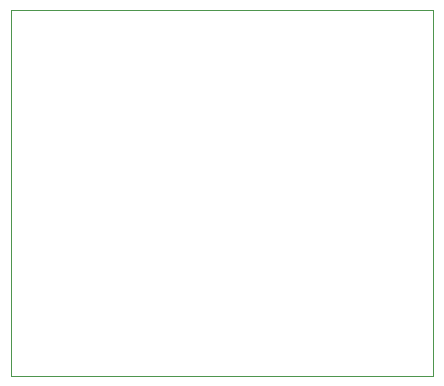
<source format=gbr>
G04 #@! TF.GenerationSoftware,KiCad,Pcbnew,(5.1.5)-3*
G04 #@! TF.CreationDate,2021-06-22T16:47:51-05:00*
G04 #@! TF.ProjectId,BigSwitch,42696753-7769-4746-9368-2e6b69636164,rev?*
G04 #@! TF.SameCoordinates,Original*
G04 #@! TF.FileFunction,Profile,NP*
%FSLAX46Y46*%
G04 Gerber Fmt 4.6, Leading zero omitted, Abs format (unit mm)*
G04 Created by KiCad (PCBNEW (5.1.5)-3) date 2021-06-22 16:47:51*
%MOMM*%
%LPD*%
G04 APERTURE LIST*
%ADD10C,0.100000*%
G04 APERTURE END LIST*
D10*
X229235000Y-122000000D02*
X193548000Y-122000000D01*
X229235000Y-91000000D02*
X229235000Y-122000000D01*
X229235000Y-91000000D02*
X193548000Y-91000000D01*
X193548000Y-91000000D02*
X193548000Y-122000000D01*
M02*

</source>
